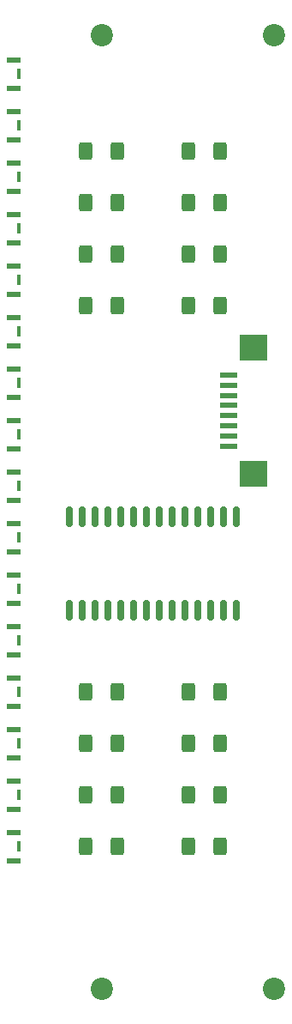
<source format=gbr>
%TF.GenerationSoftware,KiCad,Pcbnew,8.0.3-8.0.3-0~ubuntu22.04.1*%
%TF.CreationDate,2024-09-23T16:20:46+03:00*%
%TF.ProjectId,PM-LED16,504d2d4c-4544-4313-962e-6b696361645f,rev?*%
%TF.SameCoordinates,Original*%
%TF.FileFunction,Soldermask,Top*%
%TF.FilePolarity,Negative*%
%FSLAX46Y46*%
G04 Gerber Fmt 4.6, Leading zero omitted, Abs format (unit mm)*
G04 Created by KiCad (PCBNEW 8.0.3-8.0.3-0~ubuntu22.04.1) date 2024-09-23 16:20:46*
%MOMM*%
%LPD*%
G01*
G04 APERTURE LIST*
G04 Aperture macros list*
%AMRoundRect*
0 Rectangle with rounded corners*
0 $1 Rounding radius*
0 $2 $3 $4 $5 $6 $7 $8 $9 X,Y pos of 4 corners*
0 Add a 4 corners polygon primitive as box body*
4,1,4,$2,$3,$4,$5,$6,$7,$8,$9,$2,$3,0*
0 Add four circle primitives for the rounded corners*
1,1,$1+$1,$2,$3*
1,1,$1+$1,$4,$5*
1,1,$1+$1,$6,$7*
1,1,$1+$1,$8,$9*
0 Add four rect primitives between the rounded corners*
20,1,$1+$1,$2,$3,$4,$5,0*
20,1,$1+$1,$4,$5,$6,$7,0*
20,1,$1+$1,$6,$7,$8,$9,0*
20,1,$1+$1,$8,$9,$2,$3,0*%
G04 Aperture macros list end*
%ADD10R,1.410000X0.630000*%
%ADD11R,0.430000X1.070000*%
%ADD12RoundRect,0.250000X0.400000X0.625000X-0.400000X0.625000X-0.400000X-0.625000X0.400000X-0.625000X0*%
%ADD13R,2.800000X2.500000*%
%ADD14R,1.700000X0.600000*%
%ADD15RoundRect,0.150000X0.150000X-0.875000X0.150000X0.875000X-0.150000X0.875000X-0.150000X-0.875000X0*%
%ADD16C,2.200000*%
G04 APERTURE END LIST*
D10*
%TO.C,D12*%
X-13698000Y-11280000D03*
X-13698000Y-14120000D03*
D11*
X-13208000Y-12700000D03*
%TD*%
D12*
%TO.C,R13*%
X6630000Y-17780000D03*
X3530000Y-17780000D03*
%TD*%
D13*
%TO.C,J1*%
X9950000Y3750000D03*
X9950000Y16250000D03*
D14*
X7500000Y6500000D03*
X7500000Y7500000D03*
X7500000Y8500000D03*
X7500000Y9500000D03*
X7500000Y10500000D03*
X7500000Y11500000D03*
X7500000Y12500000D03*
X7500000Y13500000D03*
%TD*%
D12*
%TO.C,R5*%
X-3530000Y35560000D03*
X-6630000Y35560000D03*
%TD*%
%TO.C,R12*%
X-3530000Y-33020000D03*
X-6630000Y-33020000D03*
%TD*%
D10*
%TO.C,D13*%
X-13698000Y-16360000D03*
X-13698000Y-19200000D03*
D11*
X-13208000Y-17780000D03*
%TD*%
D10*
%TO.C,D3*%
X-13698000Y34440000D03*
X-13698000Y31600000D03*
D11*
X-13208000Y33020000D03*
%TD*%
D12*
%TO.C,R14*%
X6630000Y-22860000D03*
X3530000Y-22860000D03*
%TD*%
D10*
%TO.C,D8*%
X-13698000Y9040000D03*
X-13698000Y6200000D03*
D11*
X-13208000Y7620000D03*
%TD*%
D10*
%TO.C,D15*%
X-13698000Y-26520000D03*
X-13698000Y-29360000D03*
D11*
X-13208000Y-27940000D03*
%TD*%
D10*
%TO.C,D6*%
X-13698000Y19200000D03*
X-13698000Y16360000D03*
D11*
X-13208000Y17780000D03*
%TD*%
D15*
%TO.C,U1*%
X-8255000Y-9730000D03*
X-6985000Y-9730000D03*
X-5715000Y-9730000D03*
X-4445000Y-9730000D03*
X-3175000Y-9730000D03*
X-1905000Y-9730000D03*
X-635000Y-9730000D03*
X635000Y-9730000D03*
X1905000Y-9730000D03*
X3175000Y-9730000D03*
X4445000Y-9730000D03*
X5715000Y-9730000D03*
X6985000Y-9730000D03*
X8255000Y-9730000D03*
X8255000Y-430000D03*
X6985000Y-430000D03*
X5715000Y-430000D03*
X4445000Y-430000D03*
X3175000Y-430000D03*
X1905000Y-430000D03*
X635000Y-430000D03*
X-635000Y-430000D03*
X-1905000Y-430000D03*
X-3175000Y-430000D03*
X-4445000Y-430000D03*
X-5715000Y-430000D03*
X-6985000Y-430000D03*
X-8255000Y-430000D03*
%TD*%
D10*
%TO.C,D2*%
X-13698000Y39520000D03*
X-13698000Y36680000D03*
D11*
X-13208000Y38100000D03*
%TD*%
D10*
%TO.C,D7*%
X-13698000Y14120000D03*
X-13698000Y11280000D03*
D11*
X-13208000Y12700000D03*
%TD*%
D12*
%TO.C,R3*%
X6630000Y25400000D03*
X3530000Y25400000D03*
%TD*%
D11*
%TO.C,D1*%
X-13208000Y43180000D03*
D10*
X-13698000Y41760000D03*
X-13698000Y44600000D03*
%TD*%
%TO.C,D4*%
X-13698000Y29360000D03*
X-13698000Y26520000D03*
D11*
X-13208000Y27940000D03*
%TD*%
D12*
%TO.C,R8*%
X-3530000Y20320000D03*
X-6630000Y20320000D03*
%TD*%
%TO.C,R6*%
X-3530000Y30480000D03*
X-6630000Y30480000D03*
%TD*%
%TO.C,R4*%
X6630000Y20320000D03*
X3530000Y20320000D03*
%TD*%
D10*
%TO.C,D11*%
X-13698000Y-6200000D03*
X-13698000Y-9040000D03*
D11*
X-13208000Y-7620000D03*
%TD*%
D10*
%TO.C,D16*%
X-13698000Y-31600000D03*
X-13698000Y-34440000D03*
D11*
X-13208000Y-33020000D03*
%TD*%
D10*
%TO.C,D14*%
X-13698000Y-21440000D03*
X-13698000Y-24280000D03*
D11*
X-13208000Y-22860000D03*
%TD*%
D12*
%TO.C,R10*%
X-3530000Y-22860000D03*
X-6630000Y-22860000D03*
%TD*%
D16*
%TO.C,H1*%
X12000000Y47000000D03*
%TD*%
%TO.C,H4*%
X-5000000Y-47000000D03*
%TD*%
D12*
%TO.C,R16*%
X6630000Y-33020000D03*
X3530000Y-33020000D03*
%TD*%
%TO.C,R2*%
X6630000Y30480000D03*
X3530000Y30480000D03*
%TD*%
D16*
%TO.C,H2*%
X12000000Y-47000000D03*
%TD*%
D10*
%TO.C,D9*%
X-13698000Y3960000D03*
X-13698000Y1120000D03*
D11*
X-13208000Y2540000D03*
%TD*%
D12*
%TO.C,R1*%
X6630000Y35560000D03*
X3530000Y35560000D03*
%TD*%
%TO.C,R9*%
X-3530000Y-17780000D03*
X-6630000Y-17780000D03*
%TD*%
%TO.C,R15*%
X6630000Y-27940000D03*
X3530000Y-27940000D03*
%TD*%
%TO.C,R7*%
X-3530000Y25400000D03*
X-6630000Y25400000D03*
%TD*%
%TO.C,R11*%
X-3530000Y-27940000D03*
X-6630000Y-27940000D03*
%TD*%
D10*
%TO.C,D5*%
X-13698000Y24280000D03*
X-13698000Y21440000D03*
D11*
X-13208000Y22860000D03*
%TD*%
D16*
%TO.C,H3*%
X-5000000Y47000000D03*
%TD*%
D10*
%TO.C,D10*%
X-13698000Y-1120000D03*
X-13698000Y-3960000D03*
D11*
X-13208000Y-2540000D03*
%TD*%
M02*

</source>
